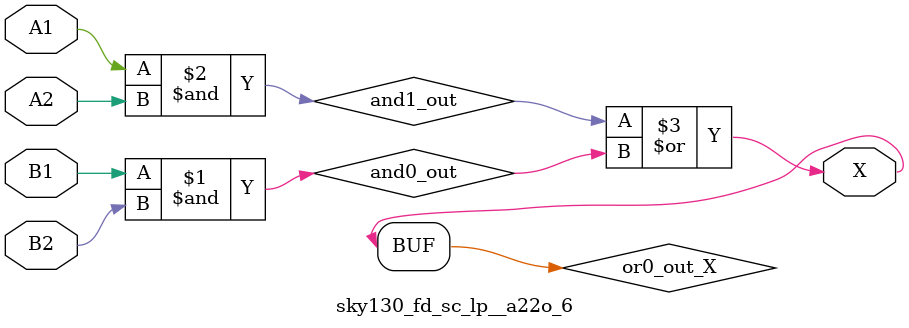
<source format=v>
module sky130_fd_sc_lp__a22o_6 (
    X ,
    A1,
    A2,
    B1,
    B2
);
    output X ;
    input  A1;
    input  A2;
    input  B1;
    input  B2;
    wire and0_out ;
    wire and1_out ;
    wire or0_out_X;
    and and0 (and0_out , B1, B2            );
    and and1 (and1_out , A1, A2            );
    or  or0  (or0_out_X, and1_out, and0_out);
    buf buf0 (X        , or0_out_X         );
endmodule
</source>
